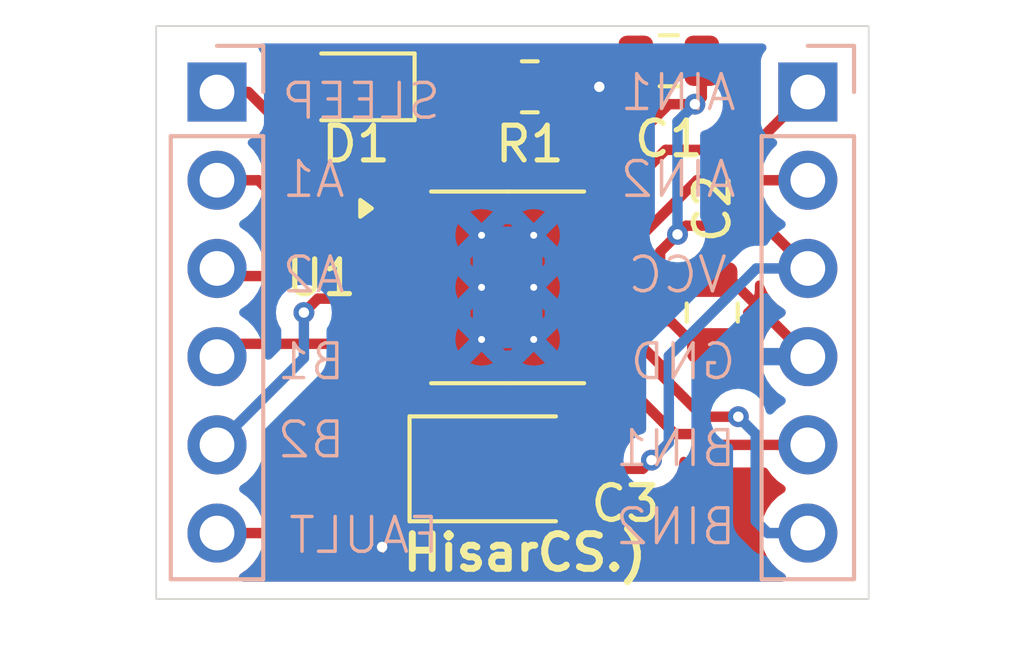
<source format=kicad_pcb>
(kicad_pcb (version 20240108) (generator "pcbnew") (generator_version "8.0")
  (layers (0 "F.Cu" signal) (31 "B.Cu" signal) (34 "B.Paste" user) (35 "F.Paste" user) (36 "B.SilkS" user "B.Silkscreen") (37 "F.SilkS" user "F.Silkscreen") (38 "B.Mask" user) (39 "F.Mask" user) (44 "Edge.Cuts" user))
  (net 0 "")
  (net 1 "/VCC")
  (net 2 "GND")
  (net 3 "Net-(U1-VCP)")
  (net 4 "Net-(D1-K)")
  (net 5 "/SLEEP")
  (net 6 "/AOUT2")
  (net 7 "/AOUT1")
  (net 8 "/FAULT")
  (net 9 "/BOUT1")
  (net 10 "/BOUT2")
  (net 11 "/BIN1")
  (net 12 "/AIN2")
  (net 13 "/BIN2")
  (net 14 "/AIN1")
  (footprint "Capacitor_SMD:C_0805_2012Metric" (layer "F.Cu") (at 143.5 96.75)
    (property "Reference" "C1" (at 0 2.25 0) (layer "F.SilkS"))
    (property "Value" "0.1uF")
    (fp_line (start -0.261252 -0.735) (end 0.261252 -0.735) (stroke (width 0.12)) (layer "F.SilkS"))
    (fp_line (start -0.261252 0.735) (end 0.261252 0.735) (stroke (width 0.12)) (layer "F.SilkS"))
    (pad "1" smd roundrect (at -0.95 0) (size 1 1.45) (layers "F.Cu" "F.Paste" "F.Mask") (net 2 "GND"))
    (pad "2" smd roundrect (at 0.95 0) (size 1 1.45) (layers "F.Cu" "F.Paste" "F.Mask") (net 1 "/VCC"))
  )
  (footprint "LED_SMD:LED_0805_2012Metric" (layer "F.Cu") (at 134.5 97.5 180)
    (property "Reference" "D1" (at 0 -1.65 0) (layer "F.SilkS"))
    (property "Value" "LED")
    (fp_line (start 1 -0.96) (end -1.685 -0.96) (stroke (width 0.12)) (layer "F.SilkS"))
    (fp_line (start -1.685 0.96) (end 1 0.96) (stroke (width 0.12)) (layer "F.SilkS"))
    (fp_line (start -1.685 -0.96) (end -1.685 0.96) (stroke (width 0.12)) (layer "F.SilkS"))
    (pad "1" smd roundrect (at -0.9375 0 180) (size 0.975 1.4) (layers "F.Cu" "F.Paste" "F.Mask") (net 4 "Net-(D1-K)"))
    (pad "2" smd roundrect (at 0.9375 0 180) (size 0.975 1.4) (layers "F.Cu" "F.Paste" "F.Mask") (net 1 "/VCC"))
  )
  (footprint "Package_SO:HTSSOP-16-1EP_4.4x5mm_P0.65mm_EP3.4x5mm_Mask2.46x2.31mm_ThermalVias" (layer "F.Cu") (at 138.8625 103.275)
    (property "Reference" "U1" (at -5.3625 -0.275 0) (layer "F.SilkS"))
    (property "Value" "DRV8833PWP")
    (fp_line (start 0 -2.76) (end -2.2 -2.76) (stroke (width 0.12)) (layer "F.SilkS"))
    (fp_line (start 0 -2.76) (end 2.2 -2.76) (stroke (width 0.12)) (layer "F.SilkS"))
    (fp_line (start 0 2.76) (end -2.2 2.76) (stroke (width 0.12)) (layer "F.SilkS"))
    (fp_line (start 0 2.76) (end 2.2 2.76) (stroke (width 0.12)) (layer "F.SilkS"))
    (fp_poly (pts (xy -3.91 -2.275) (xy -4.24 -2.515) (xy -4.24 -2.035) (xy -3.91 -2.275)) (stroke (width 0.12)) (fill solid) (layer "F.SilkS"))
    (pad "1" smd roundrect (at -2.8625 -2.275) (size 1.575 0.4) (layers "F.Cu" "F.Paste" "F.Mask") (net 5 "/SLEEP"))
    (pad "2" smd roundrect (at -2.8625 -1.625) (size 1.575 0.4) (layers "F.Cu" "F.Paste" "F.Mask") (net 7 "/AOUT1"))
    (pad "3" smd roundrect (at -2.8625 -0.975) (size 1.575 0.4) (layers "F.Cu" "F.Paste" "F.Mask") (net 2 "GND"))
    (pad "4" smd roundrect (at -2.8625 -0.325) (size 1.575 0.4) (layers "F.Cu" "F.Paste" "F.Mask") (net 6 "/AOUT2"))
    (pad "5" smd roundrect (at -2.8625 0.325) (size 1.575 0.4) (layers "F.Cu" "F.Paste" "F.Mask") (net 10 "/BOUT2"))
    (pad "6" smd roundrect (at -2.8625 0.975) (size 1.575 0.4) (layers "F.Cu" "F.Paste" "F.Mask") (net 2 "GND"))
    (pad "7" smd roundrect (at -2.8625 1.625) (size 1.575 0.4) (layers "F.Cu" "F.Paste" "F.Mask") (net 9 "/BOUT1"))
    (pad "8" smd roundrect (at -2.8625 2.275) (size 1.575 0.4) (layers "F.Cu" "F.Paste" "F.Mask") (net 8 "/FAULT"))
    (pad "9" smd roundrect (at 2.8625 2.275) (size 1.575 0.4) (layers "F.Cu" "F.Paste" "F.Mask") (net 11 "/BIN1"))
    (pad "10" smd roundrect (at 2.8625 1.625) (size 1.575 0.4) (layers "F.Cu" "F.Paste" "F.Mask") (net 13 "/BIN2"))
    (pad "11" smd roundrect (at 2.8625 0.975) (size 1.575 0.4) (layers "F.Cu" "F.Paste" "F.Mask") (net 3 "Net-(U1-VCP)"))
    (pad "12" smd roundrect (at 2.8625 0.325) (size 1.575 0.4) (layers "F.Cu" "F.Paste" "F.Mask") (net 1 "/VCC"))
    (pad "13" smd roundrect (at 2.8625 -0.325) (size 1.575 0.4) (layers "F.Cu" "F.Paste" "F.Mask") (net 2 "GND"))
    (pad "14" smd roundrect (at 2.8625 -0.975) (size 1.575 0.4) (layers "F.Cu" "F.Paste" "F.Mask") (net 2 "GND"))
    (pad "15" smd roundrect (at 2.8625 -1.625) (size 1.575 0.4) (layers "F.Cu" "F.Paste" "F.Mask") (net 12 "/AIN2"))
    (pad "16" smd roundrect (at 2.8625 -2.275) (size 1.575 0.4) (layers "F.Cu" "F.Paste" "F.Mask") (net 14 "/AIN1"))
    (pad "17" thru_hole circle (at -0.75 -1.5) (size 0.5 0.5) (drill 0.2) (property pad_prop_heatsink) (layers "*.Cu") (net 2 "GND"))
    (pad "17" thru_hole circle (at -0.75 0) (size 0.5 0.5) (drill 0.2) (property pad_prop_heatsink) (layers "*.Cu") (net 2 "GND"))
    (pad "17" thru_hole circle (at -0.75 1.5) (size 0.5 0.5) (drill 0.2) (property pad_prop_heatsink) (layers "*.Cu") (net 2 "GND"))
    (pad "17" smd rect (at 0 0) (size 2 3.5) (property pad_prop_heatsink) (layers "B.Cu") (net 2 "GND"))
    (pad "17" smd rect (at 0 0) (size 3.4 5) (property pad_prop_heatsink) (layers "F.Cu") (net 2 "GND"))
    (pad "17" thru_hole circle (at 0.75 -1.5) (size 0.5 0.5) (drill 0.2) (property pad_prop_heatsink) (layers "*.Cu") (net 2 "GND"))
    (pad "17" thru_hole circle (at 0.75 0) (size 0.5 0.5) (drill 0.2) (property pad_prop_heatsink) (layers "*.Cu") (net 2 "GND"))
    (pad "17" thru_hole circle (at 0.75 1.5) (size 0.5 0.5) (drill 0.2) (property pad_prop_heatsink) (layers "*.Cu") (net 2 "GND"))
  )
  (footprint "Capacitor_Tantalum_SMD:CP_EIA-3528-15_AVX-H" (layer "F.Cu") (at 138.5 108.5)
    (property "Reference" "C3" (at 3.75 1 0) (layer "F.SilkS"))
    (property "Value" "10uF")
    (fp_line (start -2.46 -1.51) (end -2.46 1.51) (stroke (width 0.12)) (layer "F.SilkS"))
    (fp_line (start -2.46 1.51) (end 1.75 1.51) (stroke (width 0.12)) (layer "F.SilkS"))
    (fp_line (start 1.75 -1.51) (end -2.46 -1.51) (stroke (width 0.12)) (layer "F.SilkS"))
    (pad "1" smd roundrect (at -1.5375 0) (size 1.325 2.35) (layers "F.Cu" "F.Paste" "F.Mask") (roundrect_rratio 0.188679) (net 2 "GND"))
    (pad "2" smd roundrect (at 1.5375 0) (size 1.325 2.35) (layers "F.Cu" "F.Paste" "F.Mask") (roundrect_rratio 0.188679) (net 1 "/VCC"))
  )
  (footprint "Resistor_SMD:R_0805_2012Metric" (layer "F.Cu") (at 139.5 97.5 180)
    (property "Reference" "R1" (at 0 -1.65 0) (layer "F.SilkS"))
    (property "Value" "4.7K")
    (fp_line (start -0.227064 0.735) (end 0.227064 0.735) (stroke (width 0.12)) (layer "F.SilkS"))
    (fp_line (start -0.227064 -0.735) (end 0.227064 -0.735) (stroke (width 0.12)) (layer "F.SilkS"))
    (pad "1" smd roundrect (at -0.9125 0 180) (size 1.025 1.4) (layers "F.Cu" "F.Paste" "F.Mask") (roundrect_rratio 0.243902) (net 2 "GND"))
    (pad "2" smd roundrect (at 0.9125 0 180) (size 1.025 1.4) (layers "F.Cu" "F.Paste" "F.Mask") (roundrect_rratio 0.243902) (net 4 "Net-(D1-K)"))
  )
  (footprint "Capacitor_SMD:C_0805_2012Metric" (layer "F.Cu") (at 144.75 104 -90)
    (property "Reference" "C2" (at -3 0 90) (layer "F.SilkS"))
    (property "Value" "2.2uF")
    (fp_line (start -0.261252 0.735) (end 0.261252 0.735) (stroke (width 0.12)) (layer "F.SilkS"))
    (fp_line (start -0.261252 -0.735) (end 0.261252 -0.735) (stroke (width 0.12)) (layer "F.SilkS"))
    (pad "1" smd roundrect (at -0.95 0 270) (size 1 1.45) (layers "F.Cu" "F.Paste" "F.Mask") (net 2 "GND"))
    (pad "2" smd roundrect (at 0.95 0 270) (size 1 1.45) (layers "F.Cu" "F.Paste" "F.Mask") (net 3 "Net-(U1-VCP)"))
  )
  (footprint "Connector_PinHeader_2.54mm:PinHeader_1x06_P2.54mm_Vertical" (layer "B.Cu") (at 147.5 97.65 180)
    (property "Reference" "J2" (hide yes))
    (property "Value" "Conn_01x06_Pin")
    (fp_line (start 1.33 -1.27) (end -1.33 -1.27) (stroke (width 0.12)) (layer "B.SilkS"))
    (fp_line (start 1.33 -14.03) (end 1.33 -1.27) (stroke (width 0.12)) (layer "B.SilkS"))
    (fp_line (start 1.33 -14.03) (end -1.33 -14.03) (stroke (width 0.12)) (layer "B.SilkS"))
    (fp_line (start 0 1.33) (end -1.33 1.33) (stroke (width 0.12)) (layer "B.SilkS"))
    (fp_line (start -1.33 1.33) (end -1.33 0) (stroke (width 0.12)) (layer "B.SilkS"))
    (fp_line (start -1.33 -14.03) (end -1.33 -1.27) (stroke (width 0.12)) (layer "B.SilkS"))
    (pad "1" thru_hole rect (at 0 0 180) (size 1.7 1.7) (drill 1) (layers "*.Cu" "*.Mask") (net 14 "/AIN1"))
    (pad "2" thru_hole oval (at 0 -2.54 180) (size 1.7 1.7) (drill 1) (layers "*.Cu" "*.Mask") (net 12 "/AIN2"))
    (pad "3" thru_hole oval (at 0 -5.08 180) (size 1.7 1.7) (drill 1) (layers "*.Cu" "*.Mask") (net 1 "/VCC"))
    (pad "4" thru_hole oval (at 0 -7.62 180) (size 1.7 1.7) (drill 1) (layers "*.Cu" "*.Mask") (net 2 "GND"))
    (pad "5" thru_hole oval (at 0 -10.16 180) (size 1.7 1.7) (drill 1) (layers "*.Cu" "*.Mask") (net 11 "/BIN1"))
    (pad "6" thru_hole oval (at 0 -12.7 180) (size 1.7 1.7) (drill 1) (layers "*.Cu" "*.Mask") (net 13 "/BIN2"))
  )
  (footprint "Connector_PinHeader_2.54mm:PinHeader_1x06_P2.54mm_Vertical" (layer "B.Cu") (at 130.5 97.65 180)
    (property "Reference" "J1" (hide yes))
    (property "Value" "Conn_01x06_Pin")
    (fp_line (start 1.33 -1.27) (end -1.33 -1.27) (stroke (width 0.12)) (layer "B.SilkS"))
    (fp_line (start 1.33 -14.03) (end 1.33 -1.27) (stroke (width 0.12)) (layer "B.SilkS"))
    (fp_line (start 1.33 -14.03) (end -1.33 -14.03) (stroke (width 0.12)) (layer "B.SilkS"))
    (fp_line (start 0 1.33) (end -1.33 1.33) (stroke (width 0.12)) (layer "B.SilkS"))
    (fp_line (start -1.33 1.33) (end -1.33 0) (stroke (width 0.12)) (layer "B.SilkS"))
    (fp_line (start -1.33 -14.03) (end -1.33 -1.27) (stroke (width 0.12)) (layer "B.SilkS"))
    (pad "1" thru_hole rect (at 0 0 180) (size 1.7 1.7) (drill 1) (layers "*.Cu" "*.Mask") (net 5 "/SLEEP"))
    (pad "2" thru_hole oval (at 0 -2.54 180) (size 1.7 1.7) (drill 1) (layers "*.Cu" "*.Mask") (net 7 "/AOUT1"))
    (pad "3" thru_hole oval (at 0 -5.08 180) (size 1.7 1.7) (drill 1) (layers "*.Cu" "*.Mask") (net 6 "/AOUT2"))
    (pad "4" thru_hole oval (at 0 -7.62 180) (size 1.7 1.7) (drill 1) (layers "*.Cu" "*.Mask") (net 9 "/BOUT1"))
    (pad "5" thru_hole oval (at 0 -10.16 180) (size 1.7 1.7) (drill 1) (layers "*.Cu" "*.Mask") (net 10 "/BOUT2"))
    (pad "6" thru_hole oval (at 0 -12.7 180) (size 1.7 1.7) (drill 1) (layers "*.Cu" "*.Mask") (net 8 "/FAULT"))
  )
  (gr_rect (start 128.75 95.75) (end 149.25 112.25) (stroke (width 0.05)) (fill none) (layer "Edge.Cuts"))
  (gr_text "BIN2" (at 145.5 110.75 -0) (layer "B.SilkS") (effects (font (size 1 1) (thickness 0.1)) (justify left bottom mirror)))
  (gr_text "A2" (at 134.25 103.5 -0) (layer "B.SilkS") (effects (font (size 1 1) (thickness 0.1)) (justify left bottom mirror)))
  (gr_text "B2" (at 134.25 108.25 -0) (layer "B.SilkS") (effects (font (size 1 1) (thickness 0.1)) (justify left bottom mirror)))
  (gr_text "VCC" (at 145.25 103.5 -0) (layer "B.SilkS") (effects (font (size 1 1) (thickness 0.1)) (justify left bottom mirror)))
  (gr_text "SLEEP" (at 137 98.5 -0) (layer "B.SilkS") (effects (font (size 1 1) (thickness 0.1)) (justify left bottom mirror)))
  (gr_text "GND" (at 145.5 106 -0) (layer "B.SilkS") (effects (font (size 1 1) (thickness 0.1)) (justify left bottom mirror)))
  (gr_text "FAULT" (at 132.5 111 -0) (layer "B.SilkS") (effects (font (size 1 1) (thickness 0.1)) (justify right bottom mirror)))
  (gr_text "B1" (at 134.25 106 -0) (layer "B.SilkS") (effects (font (size 1 1) (thickness 0.1)) (justify left bottom mirror)))
  (gr_text "AIN1" (at 145.5 98.25 -0) (layer "B.SilkS") (effects (font (size 1 1) (thickness 0.1)) (justify left bottom mirror)))
  (gr_text "BIN1" (at 145.5 108.5 -0) (layer "B.SilkS") (effects (font (size 1 1) (thickness 0.1)) (justify left bottom mirror)))
  (gr_text "A1" (at 134.25 100.75 -0) (layer "B.SilkS") (effects (font (size 1 1) (thickness 0.1)) (justify left bottom mirror)))
  (gr_text "AIN2" (at 145.5 100.75 -0) (layer "B.SilkS") (effects (font (size 1 1) (thickness 0.1)) (justify left bottom mirror)))
  (gr_text "HisarCS.)" (at 135.75 111.5 0) (layer "F.SilkS") (effects (font (size 1 1) (thickness 0.2) (bold yes)) (justify left bottom)))
  (segment (start 143 108.25) (end 142.75 108.5) (width 0.3) (layer "F.Cu") (net 1))
  (segment (start 133.5625 98.5625) (end 134.108121 99.108121) (width 0.3) (layer "F.Cu") (net 1))
  (segment (start 141.725 103.6) (end 142.65 103.6) (width 0.3) (layer "F.Cu") (net 1))
  (segment (start 144.45 96.75) (end 144.45 97.8) (width 0.3) (layer "F.Cu") (net 1))
  (segment (start 147.5 102.73) (end 146.27 101.5) (width 0.3) (layer "F.Cu") (net 1))
  (segment (start 143.25 103) (end 143.25 102.25) (width 0.3) (layer "F.Cu") (net 1))
  (segment (start 143.5 98) (end 144.25 98) (width 0.3) (layer "F.Cu") (net 1))
  (segment (start 134.108121 99.108121) (end 142.391879 99.108121) (width 0.3) (layer "F.Cu") (net 1))
  (segment (start 143.25 102.25) (end 143.75 101.75) (width 0.3) (layer "F.Cu") (net 1))
  (segment (start 142.391879 99.108121) (end 143.5 98) (width 0.3) (layer "F.Cu") (net 1))
  (segment (start 144 101.5) (end 143.75 101.75) (width 0.3) (layer "F.Cu") (net 1))
  (segment (start 142.75 108.5) (end 140.0375 108.5) (width 0.3) (layer "F.Cu") (net 1))
  (segment (start 146.27 101.5) (end 144 101.5) (width 0.3) (layer "F.Cu") (net 1))
  (segment (start 133.5625 97.5) (end 133.5625 98.5625) (width 0.3) (layer "F.Cu") (net 1))
  (segment (start 144.45 97.8) (end 144.25 98) (width 0.3) (layer "F.Cu") (net 1))
  (segment (start 142.65 103.6) (end 143.25 103) (width 0.3) (layer "F.Cu") (net 1))
  (via (at 143 108.25) (size 0.6) (drill 0.3) (layers "F.Cu" "B.Cu") (net 1))
  (via (at 144.25 98) (size 0.6) (drill 0.3) (layers "F.Cu" "B.Cu") (net 1))
  (via (at 143.75 101.75) (size 0.6) (drill 0.3) (layers "F.Cu" "B.Cu") (net 1))
  (segment (start 143 108.25) (end 143.5 107.75) (width 0.3) (layer "B.Cu") (net 1))
  (segment (start 143.75 98.5) (end 144.25 98) (width 0.3) (layer "B.Cu") (net 1))
  (segment (start 146.02 102.73) (end 147.5 102.73) (width 0.3) (layer "B.Cu") (net 1))
  (segment (start 143.5 105.25) (end 146.02 102.73) (width 0.3) (layer "B.Cu") (net 1))
  (segment (start 143.5 107.75) (end 143.5 105.25) (width 0.3) (layer "B.Cu") (net 1))
  (segment (start 143.75 101.75) (end 143.75 98.5) (width 0.3) (layer "B.Cu") (net 1))
  (segment (start 137.23125 108.76875) (end 135.25 110.75) (width 0.3) (layer "F.Cu") (net 2))
  (segment (start 139.1875 102.95) (end 138.8625 103.275) (width 0.3) (layer "F.Cu") (net 2))
  (segment (start 141.725 102.95) (end 139.1875 102.95) (width 0.3) (layer "F.Cu") (net 2))
  (segment (start 136 104.25) (end 137.8875 104.25) (width 0.3) (layer "F.Cu") (net 2))
  (segment (start 141.725 102.3) (end 139.8375 102.3) (width 0.3) (layer "F.Cu") (net 2))
  (segment (start 136.9625 108.5) (end 137.23125 108.76875) (width 0.3) (layer "F.Cu") (net 2))
  (segment (start 137.8875 102.3) (end 138.8625 103.275) (width 0.3) (layer "F.Cu") (net 2))
  (segment (start 147.5 105.27) (end 145.28 103.05) (width 0.3) (layer "F.Cu") (net 2))
  (segment (start 145.28 103.05) (end 144.75 103.05) (width 0.3) (layer "F.Cu") (net 2))
  (segment (start 137.8875 104.25) (end 138.8625 103.275) (width 0.3) (layer "F.Cu") (net 2))
  (segment (start 139.8375 102.3) (end 138.8625 103.275) (width 0.3) (layer "F.Cu") (net 2))
  (segment (start 136 102.3) (end 137.8875 102.3) (width 0.3) (layer "F.Cu") (net 2))
  (segment (start 140.4125 97.5) (end 141.5 97.5) (width 0.3) (layer "F.Cu") (net 2))
  (segment (start 141.8 97.5) (end 142.55 96.75) (width 0.3) (layer "F.Cu") (net 2))
  (segment (start 141.5 97.5) (end 141.8 97.5) (width 0.3) (layer "F.Cu") (net 2))
  (via (at 135.25 110.75) (size 0.6) (drill 0.3) (layers "F.Cu" "B.Cu") (net 2))
  (via (at 141.5 97.5) (size 0.6) (drill 0.3) (layers "F.Cu" "B.Cu") (net 2))
  (segment (start 143.55 104.25) (end 144.5 105.2) (width 0.3) (layer "F.Cu") (net 3))
  (segment (start 141.725 104.25) (end 143.55 104.25) (width 0.3) (layer "F.Cu") (net 3))
  (segment (start 135.4375 97.5) (end 138.5875 97.5) (width 0.3) (layer "F.Cu") (net 4))
  (segment (start 131.4 97.65) (end 130.5 97.65) (width 0.3) (layer "F.Cu") (net 5))
  (segment (start 133.75 101) (end 133 100.25) (width 0.3) (layer "F.Cu") (net 5))
  (segment (start 133 99.25) (end 131.4 97.65) (width 0.3) (layer "F.Cu") (net 5))
  (segment (start 136 101) (end 133.75 101) (width 0.3) (layer "F.Cu") (net 5))
  (segment (start 133 100.25) (end 133 99.25) (width 0.3) (layer "F.Cu") (net 5))
  (segment (start 130.72 102.95) (end 130.5 102.73) (width 0.3) (layer "F.Cu") (net 6))
  (segment (start 136 102.95) (end 130.72 102.95) (width 0.3) (layer "F.Cu") (net 6))
  (segment (start 131.69 100.19) (end 130.5 100.19) (width 0.3) (layer "F.Cu") (net 7))
  (segment (start 133.15 101.65) (end 131.69 100.19) (width 0.3) (layer "F.Cu") (net 7))
  (segment (start 136 101.65) (end 133.15 101.65) (width 0.3) (layer "F.Cu") (net 7))
  (segment (start 132.15 110.35) (end 130.5 110.35) (width 0.3) (layer "F.Cu") (net 8))
  (segment (start 136 105.55) (end 134.7 105.55) (width 0.3) (layer "F.Cu") (net 8))
  (segment (start 133 107.25) (end 133 109.5) (width 0.3) (layer "F.Cu") (net 8))
  (segment (start 134.7 105.55) (end 133 107.25) (width 0.3) (layer "F.Cu") (net 8))
  (segment (start 133 109.5) (end 132.15 110.35) (width 0.3) (layer "F.Cu") (net 8))
  (segment (start 130.87 104.9) (end 130.5 105.27) (width 0.3) (layer "F.Cu") (net 9))
  (segment (start 136 104.9) (end 130.87 104.9) (width 0.3) (layer "F.Cu") (net 9))
  (segment (start 136 103.6) (end 133.4 103.6) (width 0.3) (layer "F.Cu") (net 10))
  (segment (start 133.4 103.6) (end 133 104) (width 0.3) (layer "F.Cu") (net 10))
  (via (at 133 104) (size 0.6) (drill 0.3) (layers "F.Cu" "B.Cu") (net 10))
  (segment (start 130.5 107.81) (end 133 105.31) (width 0.3) (layer "B.Cu") (net 10))
  (segment (start 133 105.31) (end 133 104) (width 0.3) (layer "B.Cu") (net 10))
  (segment (start 147.5 107.81) (end 144.56 107.81) (width 0.3) (layer "F.Cu") (net 11))
  (segment (start 141.725 105.55) (end 143.675 107.5) (width 0.3) (layer "F.Cu") (net 11))
  (segment (start 144.56 107.81) (end 144.25 107.5) (width 0.3) (layer "F.Cu") (net 11))
  (segment (start 143.675 107.5) (end 144.25 107.5) (width 0.3) (layer "F.Cu") (net 11))
  (segment (start 142.85 101.65) (end 144.31 100.19) (width 0.3) (layer "F.Cu") (net 12))
  (segment (start 144.31 100.19) (end 147.5 100.19) (width 0.3) (layer "F.Cu") (net 12))
  (segment (start 141.725 101.65) (end 142.85 101.65) (width 0.3) (layer "F.Cu") (net 12))
  (segment (start 143.25 105.765228) (end 144.484772 107) (width 0.3) (layer "F.Cu") (net 13))
  (segment (start 142.65 104.9) (end 143.25 105.5) (width 0.3) (layer "F.Cu") (net 13))
  (segment (start 144.484772 107) (end 145.5 107) (width 0.3) (layer "F.Cu") (net 13))
  (segment (start 141.725 104.9) (end 142.65 104.9) (width 0.3) (layer "F.Cu") (net 13))
  (segment (start 143.25 105.5) (end 143.25 105.765228) (width 0.3) (layer "F.Cu") (net 13))
  (via (at 145.5 107) (size 0.6) (drill 0.3) (layers "F.Cu" "B.Cu") (net 13))
  (segment (start 146 110) (end 146 107.5) (width 0.3) (layer "B.Cu") (net 13))
  (segment (start 147.5 110.35) (end 146.35 110.35) (width 0.3) (layer "B.Cu") (net 13))
  (segment (start 146 107.5) (end 145.5 107) (width 0.3) (layer "B.Cu") (net 13))
  (segment (start 146.35 110.35) (end 146 110) (width 0.3) (layer "B.Cu") (net 13))
  (segment (start 147.5 97.65) (end 145.834772 99.315228) (width 0.3) (layer "F.Cu") (net 14))
  (segment (start 143.409772 99.315228) (end 141.725 101) (width 0.3) (layer "F.Cu") (net 14))
  (segment (start 145.834772 99.315228) (end 143.409772 99.315228) (width 0.3) (layer "F.Cu") (net 14))
  (zone (net 2) (net_name "GND") (layers "F&B.Cu") (connect_pads (clearance 0.5)) (min_thickness 0.25) (fill yes (thermal_gap 0.5) (thermal_bridge_width 0.5))
    (polygon (pts (xy 128 95) (xy 149.75 95) (xy 149.75 113.75) (xy 128.25 113.5)))
  )
)
</source>
